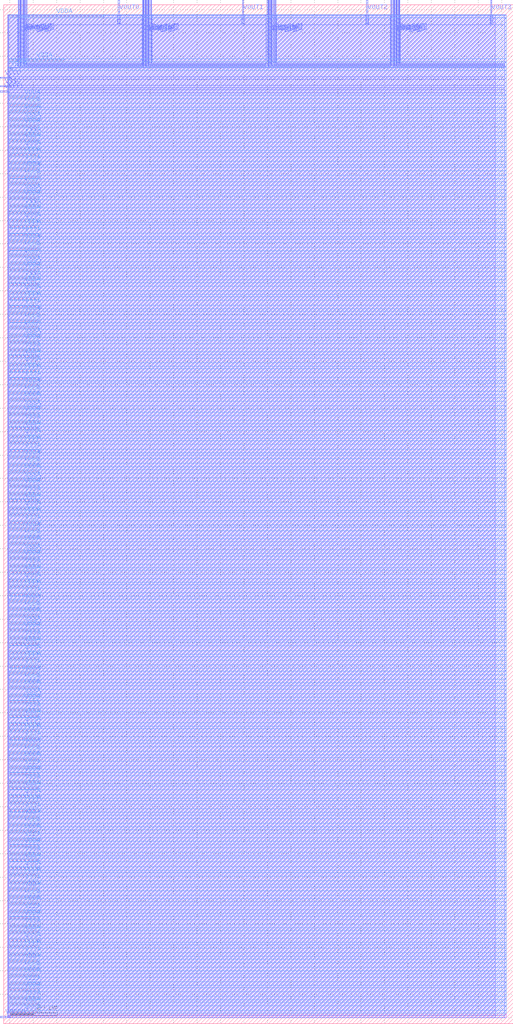
<source format=lef>
VERSION 5.7 ;
  NOWIREEXTENSIONATPIN ON ;
  DIVIDERCHAR "/" ;
  BUSBITCHARS "[]" ;
MACRO dac_top
  CLASS BLOCK ;
  FOREIGN dac_top ;
  ORIGIN 2.500 2.500 ;
  SIZE 217.500 BY 434.450 ;
  PIN VDDA
    DIRECTION INOUT ;
    USE POWER ;
    PORT
      LAYER met3 ;
        RECT 0.000 426.945 39.775 427.445 ;
    END
    PORT
      LAYER met3 ;
        RECT 0.000 404.470 0.835 404.970 ;
    END
    PORT
      LAYER met3 ;
        RECT 0.000 5.450 12.255 6.150 ;
    END
    PORT
      LAYER met3 ;
        RECT 0.000 11.590 12.255 12.290 ;
    END
    PORT
      LAYER met3 ;
        RECT 0.000 17.730 12.255 18.430 ;
    END
    PORT
      LAYER met3 ;
        RECT 0.000 23.870 12.255 24.570 ;
    END
    PORT
      LAYER met3 ;
        RECT 0.000 30.010 12.255 30.710 ;
    END
    PORT
      LAYER met3 ;
        RECT 0.000 36.150 12.255 36.850 ;
    END
    PORT
      LAYER met3 ;
        RECT 0.000 42.290 12.255 42.990 ;
    END
    PORT
      LAYER met3 ;
        RECT 0.000 48.430 12.255 49.130 ;
    END
    PORT
      LAYER met3 ;
        RECT 0.000 54.570 12.255 55.270 ;
    END
    PORT
      LAYER met3 ;
        RECT 0.000 60.710 12.255 61.410 ;
    END
    PORT
      LAYER met3 ;
        RECT 0.000 66.850 12.255 67.550 ;
    END
    PORT
      LAYER met3 ;
        RECT 0.000 72.990 12.255 73.690 ;
    END
    PORT
      LAYER met3 ;
        RECT 0.000 79.130 12.255 79.830 ;
    END
    PORT
      LAYER met3 ;
        RECT 0.000 85.270 12.255 85.970 ;
    END
    PORT
      LAYER met3 ;
        RECT 0.000 91.410 12.255 92.110 ;
    END
    PORT
      LAYER met3 ;
        RECT 0.000 97.550 12.255 98.250 ;
    END
    PORT
      LAYER met3 ;
        RECT 0.000 103.690 12.255 104.390 ;
    END
    PORT
      LAYER met3 ;
        RECT 0.000 109.830 12.255 110.530 ;
    END
    PORT
      LAYER met3 ;
        RECT 0.000 115.970 12.255 116.670 ;
    END
    PORT
      LAYER met3 ;
        RECT 0.000 122.110 12.255 122.810 ;
    END
    PORT
      LAYER met3 ;
        RECT 0.000 128.250 12.255 128.950 ;
    END
    PORT
      LAYER met3 ;
        RECT 0.000 134.390 12.255 135.090 ;
    END
    PORT
      LAYER met3 ;
        RECT 0.000 140.530 12.255 141.230 ;
    END
    PORT
      LAYER met3 ;
        RECT 0.000 146.670 12.255 147.370 ;
    END
    PORT
      LAYER met3 ;
        RECT 0.000 152.810 12.255 153.510 ;
    END
    PORT
      LAYER met3 ;
        RECT 0.000 158.950 12.255 159.650 ;
    END
    PORT
      LAYER met3 ;
        RECT 0.000 165.090 12.255 165.790 ;
    END
    PORT
      LAYER met3 ;
        RECT 0.000 171.230 12.255 171.930 ;
    END
    PORT
      LAYER met3 ;
        RECT 0.000 177.370 12.255 178.070 ;
    END
    PORT
      LAYER met3 ;
        RECT 0.000 183.510 12.255 184.210 ;
    END
    PORT
      LAYER met3 ;
        RECT 0.000 189.650 12.255 190.350 ;
    END
    PORT
      LAYER met3 ;
        RECT 0.000 195.790 12.255 196.490 ;
    END
    PORT
      LAYER met3 ;
        RECT 0.000 201.930 12.255 202.630 ;
    END
    PORT
      LAYER met3 ;
        RECT 0.000 208.070 12.255 208.770 ;
    END
    PORT
      LAYER met3 ;
        RECT 0.000 214.210 12.255 214.910 ;
    END
    PORT
      LAYER met3 ;
        RECT 0.000 220.350 12.255 221.050 ;
    END
    PORT
      LAYER met3 ;
        RECT 0.000 226.490 12.255 227.190 ;
    END
    PORT
      LAYER met3 ;
        RECT 0.000 232.630 12.255 233.330 ;
    END
    PORT
      LAYER met3 ;
        RECT 0.000 238.770 12.255 239.470 ;
    END
    PORT
      LAYER met3 ;
        RECT 0.000 244.910 12.255 245.610 ;
    END
    PORT
      LAYER met3 ;
        RECT 0.000 251.050 12.255 251.750 ;
    END
    PORT
      LAYER met3 ;
        RECT 0.000 257.190 12.255 257.890 ;
    END
    PORT
      LAYER met3 ;
        RECT 0.000 263.330 12.255 264.030 ;
    END
    PORT
      LAYER met3 ;
        RECT 0.000 269.470 12.255 270.170 ;
    END
    PORT
      LAYER met3 ;
        RECT 0.000 275.610 12.255 276.310 ;
    END
    PORT
      LAYER met3 ;
        RECT 0.000 281.750 12.255 282.450 ;
    END
    PORT
      LAYER met3 ;
        RECT 0.000 287.890 12.255 288.590 ;
    END
    PORT
      LAYER met3 ;
        RECT 0.000 294.030 12.255 294.730 ;
    END
    PORT
      LAYER met3 ;
        RECT 0.000 300.170 12.255 300.870 ;
    END
    PORT
      LAYER met3 ;
        RECT 0.000 306.310 12.255 307.010 ;
    END
    PORT
      LAYER met3 ;
        RECT 0.000 312.450 12.255 313.150 ;
    END
    PORT
      LAYER met3 ;
        RECT 0.000 318.590 12.255 319.290 ;
    END
    PORT
      LAYER met3 ;
        RECT 0.000 324.730 12.255 325.430 ;
    END
    PORT
      LAYER met3 ;
        RECT 0.000 330.870 12.255 331.570 ;
    END
    PORT
      LAYER met3 ;
        RECT 0.000 337.010 12.255 337.710 ;
    END
    PORT
      LAYER met3 ;
        RECT 0.000 343.150 12.255 343.850 ;
    END
    PORT
      LAYER met3 ;
        RECT 0.000 349.290 12.255 349.990 ;
    END
    PORT
      LAYER met3 ;
        RECT 0.000 355.430 12.255 356.130 ;
    END
    PORT
      LAYER met3 ;
        RECT 0.000 361.570 12.255 362.270 ;
    END
    PORT
      LAYER met3 ;
        RECT 0.000 367.710 12.255 368.410 ;
    END
    PORT
      LAYER met3 ;
        RECT 0.000 373.850 12.255 374.550 ;
    END
    PORT
      LAYER met3 ;
        RECT 0.000 379.990 12.255 380.690 ;
    END
    PORT
      LAYER met3 ;
        RECT 0.000 386.130 12.255 386.830 ;
    END
    PORT
      LAYER met3 ;
        RECT 0.000 392.270 12.255 392.970 ;
    END
  END VDDA
  PIN VSSA
    DIRECTION INOUT ;
    USE GROUND ;
    PORT
      LAYER met3 ;
        RECT 0.000 408.190 22.800 408.690 ;
    END
    PORT
      LAYER met3 ;
        RECT 0.000 2.000 12.765 2.700 ;
    END
    PORT
      LAYER met3 ;
        RECT 0.000 8.140 12.765 8.840 ;
    END
    PORT
      LAYER met3 ;
        RECT 0.000 14.280 12.765 14.980 ;
    END
    PORT
      LAYER met3 ;
        RECT 0.000 20.420 12.765 21.120 ;
    END
    PORT
      LAYER met3 ;
        RECT 0.000 26.560 12.765 27.260 ;
    END
    PORT
      LAYER met3 ;
        RECT 0.000 32.700 12.765 33.400 ;
    END
    PORT
      LAYER met3 ;
        RECT 0.000 38.840 12.765 39.540 ;
    END
    PORT
      LAYER met3 ;
        RECT 0.000 44.980 12.765 45.680 ;
    END
    PORT
      LAYER met3 ;
        RECT 0.000 51.120 12.765 51.820 ;
    END
    PORT
      LAYER met3 ;
        RECT 0.000 57.260 12.765 57.960 ;
    END
    PORT
      LAYER met3 ;
        RECT 0.000 63.400 12.765 64.100 ;
    END
    PORT
      LAYER met3 ;
        RECT 0.000 69.540 12.765 70.240 ;
    END
    PORT
      LAYER met3 ;
        RECT 0.000 75.680 12.765 76.380 ;
    END
    PORT
      LAYER met3 ;
        RECT 0.000 81.820 12.765 82.520 ;
    END
    PORT
      LAYER met3 ;
        RECT 0.000 87.960 12.765 88.660 ;
    END
    PORT
      LAYER met3 ;
        RECT 0.000 94.100 12.765 94.800 ;
    END
    PORT
      LAYER met3 ;
        RECT 0.000 100.240 12.765 100.940 ;
    END
    PORT
      LAYER met3 ;
        RECT 0.000 106.380 12.765 107.080 ;
    END
    PORT
      LAYER met3 ;
        RECT 0.000 112.520 12.765 113.220 ;
    END
    PORT
      LAYER met3 ;
        RECT 0.000 118.660 12.765 119.360 ;
    END
    PORT
      LAYER met3 ;
        RECT 0.000 124.800 12.765 125.500 ;
    END
    PORT
      LAYER met3 ;
        RECT 0.000 130.940 12.765 131.640 ;
    END
    PORT
      LAYER met3 ;
        RECT 0.000 137.080 12.765 137.780 ;
    END
    PORT
      LAYER met3 ;
        RECT 0.000 143.220 12.765 143.920 ;
    END
    PORT
      LAYER met3 ;
        RECT 0.000 149.360 12.765 150.060 ;
    END
    PORT
      LAYER met3 ;
        RECT 0.000 155.500 12.765 156.200 ;
    END
    PORT
      LAYER met3 ;
        RECT 0.000 161.640 12.765 162.340 ;
    END
    PORT
      LAYER met3 ;
        RECT 0.000 167.780 12.765 168.480 ;
    END
    PORT
      LAYER met3 ;
        RECT 0.000 173.920 12.765 174.620 ;
    END
    PORT
      LAYER met3 ;
        RECT 0.000 180.060 12.765 180.760 ;
    END
    PORT
      LAYER met3 ;
        RECT 0.000 186.200 12.765 186.900 ;
    END
    PORT
      LAYER met3 ;
        RECT 0.000 192.340 12.765 193.040 ;
    END
    PORT
      LAYER met3 ;
        RECT 0.000 198.480 12.765 199.180 ;
    END
    PORT
      LAYER met3 ;
        RECT 0.000 204.620 12.765 205.320 ;
    END
    PORT
      LAYER met3 ;
        RECT 0.000 210.760 12.765 211.460 ;
    END
    PORT
      LAYER met3 ;
        RECT 0.000 216.900 12.765 217.600 ;
    END
    PORT
      LAYER met3 ;
        RECT 0.000 223.040 12.765 223.740 ;
    END
    PORT
      LAYER met3 ;
        RECT 0.000 229.180 12.765 229.880 ;
    END
    PORT
      LAYER met3 ;
        RECT 0.000 235.320 12.765 236.020 ;
    END
    PORT
      LAYER met3 ;
        RECT 0.000 241.460 12.765 242.160 ;
    END
    PORT
      LAYER met3 ;
        RECT 0.000 247.600 12.765 248.300 ;
    END
    PORT
      LAYER met3 ;
        RECT 0.000 253.740 12.765 254.440 ;
    END
    PORT
      LAYER met3 ;
        RECT 0.000 259.880 12.765 260.580 ;
    END
    PORT
      LAYER met3 ;
        RECT 0.000 266.020 12.765 266.720 ;
    END
    PORT
      LAYER met3 ;
        RECT 0.000 272.160 12.765 272.860 ;
    END
    PORT
      LAYER met3 ;
        RECT 0.000 278.300 12.765 279.000 ;
    END
    PORT
      LAYER met3 ;
        RECT 0.000 284.440 12.765 285.140 ;
    END
    PORT
      LAYER met3 ;
        RECT 0.000 290.580 12.765 291.280 ;
    END
    PORT
      LAYER met3 ;
        RECT 0.000 296.720 12.765 297.420 ;
    END
    PORT
      LAYER met3 ;
        RECT 0.000 302.860 12.765 303.560 ;
    END
    PORT
      LAYER met3 ;
        RECT 0.000 309.000 12.765 309.700 ;
    END
    PORT
      LAYER met3 ;
        RECT 0.000 315.140 12.765 315.840 ;
    END
    PORT
      LAYER met3 ;
        RECT 0.000 321.280 12.765 321.980 ;
    END
    PORT
      LAYER met3 ;
        RECT 0.000 327.420 12.765 328.120 ;
    END
    PORT
      LAYER met3 ;
        RECT 0.000 333.560 12.765 334.260 ;
    END
    PORT
      LAYER met3 ;
        RECT 0.000 339.700 12.765 340.400 ;
    END
    PORT
      LAYER met3 ;
        RECT 0.000 345.840 12.765 346.540 ;
    END
    PORT
      LAYER met3 ;
        RECT 0.000 351.980 12.765 352.680 ;
    END
    PORT
      LAYER met3 ;
        RECT 0.000 358.120 12.765 358.820 ;
    END
    PORT
      LAYER met3 ;
        RECT 0.000 364.260 12.765 364.960 ;
    END
    PORT
      LAYER met3 ;
        RECT 0.000 370.400 12.765 371.100 ;
    END
    PORT
      LAYER met3 ;
        RECT 0.000 376.540 12.765 377.240 ;
    END
    PORT
      LAYER met3 ;
        RECT 0.000 382.680 12.765 383.380 ;
    END
    PORT
      LAYER met3 ;
        RECT 0.000 388.820 12.765 389.520 ;
    END
  END VSSA
  PIN VCCD
    DIRECTION INOUT ;
    USE POWER ;
    PORT
      LAYER met2 ;
        RECT -4.000 400.635 -0.095 401.135 ;
    END
  END VCCD
  PIN VSSD
    DIRECTION INOUT ;
    USE GROUND ;
    PORT
      LAYER met2 ;
        RECT -4.000 396.975 -0.415 397.475 ;
    END
  END VSSD
  PIN VREFL
    DIRECTION INPUT ;
    USE SIGNAL ;
    PORT
      LAYER met2 ;
        RECT -4.000 394.740 -0.715 395.440 ;
    END
  END VREFL
  PIN VREFH
    DIRECTION INPUT ;
    USE SIGNAL ;
    PORT
      LAYER met2 ;
        RECT -4.000 0.000 -0.030 0.700 ;
    END
  END VREFH
  PIN Din0[0]
    DIRECTION INPUT ;
    USE SIGNAL ;
    PORT
      LAYER met2 ;
        RECT 3.725 405.755 3.895 434.000 ;
    END
  END Din0[0]
  PIN Din0[1]
    DIRECTION INPUT ;
    USE SIGNAL ;
    PORT
      LAYER met2 ;
        RECT 4.240 405.395 4.410 434.000 ;
    END
  END Din0[1]
  PIN Din0[2]
    DIRECTION INPUT ;
    USE SIGNAL ;
    PORT
      LAYER met2 ;
        RECT 4.730 405.715 4.900 434.000 ;
    END
  END Din0[2]
  PIN Din0[3]
    DIRECTION INPUT ;
    USE SIGNAL ;
    PORT
      LAYER met2 ;
        RECT 5.250 406.035 5.420 434.000 ;
    END
  END Din0[3]
  PIN Din0[4]
    DIRECTION INPUT ;
    USE SIGNAL ;
    PORT
      LAYER met2 ;
        RECT 5.790 406.355 5.960 434.000 ;
    END
  END Din0[4]
  PIN Din0[5]
    DIRECTION INPUT ;
    USE SIGNAL ;
    PORT
      LAYER met2 ;
        RECT 6.290 406.675 6.460 434.000 ;
    END
  END Din0[5]
  PIN Din0[6]
    DIRECTION INPUT ;
    USE SIGNAL ;
    PORT
      LAYER met2 ;
        RECT 6.830 406.995 7.000 434.000 ;
    END
  END Din0[6]
  PIN Din0[7]
    DIRECTION INPUT ;
    USE SIGNAL ;
    PORT
      LAYER met2 ;
        RECT 7.390 407.315 7.560 434.000 ;
    END
  END Din0[7]
  PIN Din1[0]
    DIRECTION INPUT ;
    USE SIGNAL ;
    PORT
      LAYER met2 ;
        RECT 56.730 405.755 56.900 434.000 ;
    END
  END Din1[0]
  PIN Din1[1]
    DIRECTION INPUT ;
    USE SIGNAL ;
    PORT
      LAYER met2 ;
        RECT 57.245 405.395 57.415 434.000 ;
    END
  END Din1[1]
  PIN Din1[2]
    DIRECTION INPUT ;
    USE SIGNAL ;
    PORT
      LAYER met2 ;
        RECT 57.735 405.715 57.905 434.000 ;
    END
  END Din1[2]
  PIN Din1[3]
    DIRECTION INPUT ;
    USE SIGNAL ;
    PORT
      LAYER met2 ;
        RECT 58.255 406.035 58.425 434.000 ;
    END
  END Din1[3]
  PIN Din1[4]
    DIRECTION INPUT ;
    USE SIGNAL ;
    PORT
      LAYER met2 ;
        RECT 58.795 406.355 58.965 434.000 ;
    END
  END Din1[4]
  PIN Din1[5]
    DIRECTION INPUT ;
    USE SIGNAL ;
    PORT
      LAYER met2 ;
        RECT 59.295 406.675 59.465 434.000 ;
    END
  END Din1[5]
  PIN Din1[6]
    DIRECTION INPUT ;
    USE SIGNAL ;
    PORT
      LAYER met2 ;
        RECT 59.835 406.995 60.005 434.000 ;
    END
  END Din1[6]
  PIN Din1[7]
    DIRECTION INPUT ;
    USE SIGNAL ;
    PORT
      LAYER met2 ;
        RECT 60.395 407.315 60.565 434.000 ;
    END
  END Din1[7]
  PIN Din2[0]
    DIRECTION INPUT ;
    USE SIGNAL ;
    PORT
      LAYER met2 ;
        RECT 109.735 405.755 109.905 434.000 ;
    END
  END Din2[0]
  PIN Din2[1]
    DIRECTION INPUT ;
    USE SIGNAL ;
    PORT
      LAYER met2 ;
        RECT 110.250 405.395 110.420 434.000 ;
    END
  END Din2[1]
  PIN Din2[2]
    DIRECTION INPUT ;
    USE SIGNAL ;
    PORT
      LAYER met2 ;
        RECT 110.740 405.715 110.910 434.000 ;
    END
  END Din2[2]
  PIN Din2[3]
    DIRECTION INPUT ;
    USE SIGNAL ;
    PORT
      LAYER met2 ;
        RECT 111.260 406.035 111.430 434.000 ;
    END
  END Din2[3]
  PIN Din2[4]
    DIRECTION INPUT ;
    USE SIGNAL ;
    PORT
      LAYER met2 ;
        RECT 111.800 406.355 111.970 434.000 ;
    END
  END Din2[4]
  PIN Din2[5]
    DIRECTION INPUT ;
    USE SIGNAL ;
    PORT
      LAYER met2 ;
        RECT 112.300 406.675 112.470 434.000 ;
    END
  END Din2[5]
  PIN Din2[6]
    DIRECTION INPUT ;
    USE SIGNAL ;
    PORT
      LAYER met2 ;
        RECT 112.840 406.995 113.010 434.000 ;
    END
  END Din2[6]
  PIN Din2[7]
    DIRECTION INPUT ;
    USE SIGNAL ;
    PORT
      LAYER met2 ;
        RECT 113.400 407.315 113.570 434.000 ;
    END
  END Din2[7]
  PIN Din3[0]
    DIRECTION INPUT ;
    USE SIGNAL ;
    PORT
      LAYER met2 ;
        RECT 162.740 405.755 162.910 434.000 ;
    END
  END Din3[0]
  PIN Din3[1]
    DIRECTION INPUT ;
    USE SIGNAL ;
    PORT
      LAYER met2 ;
        RECT 163.255 405.395 163.425 434.000 ;
    END
  END Din3[1]
  PIN Din3[2]
    DIRECTION INPUT ;
    USE SIGNAL ;
    PORT
      LAYER met2 ;
        RECT 163.745 405.715 163.915 434.000 ;
    END
  END Din3[2]
  PIN Din3[3]
    DIRECTION INPUT ;
    USE SIGNAL ;
    PORT
      LAYER met2 ;
        RECT 164.265 406.035 164.435 434.000 ;
    END
  END Din3[3]
  PIN Din3[4]
    DIRECTION INPUT ;
    USE SIGNAL ;
    PORT
      LAYER met2 ;
        RECT 164.805 406.355 164.975 434.000 ;
    END
  END Din3[4]
  PIN Din3[5]
    DIRECTION INPUT ;
    USE SIGNAL ;
    PORT
      LAYER met2 ;
        RECT 165.305 406.675 165.475 434.000 ;
    END
  END Din3[5]
  PIN Din3[6]
    DIRECTION INPUT ;
    USE SIGNAL ;
    PORT
      LAYER met2 ;
        RECT 165.845 406.995 166.015 434.000 ;
    END
  END Din3[6]
  PIN Din3[7]
    DIRECTION INPUT ;
    USE SIGNAL ;
    PORT
      LAYER met2 ;
        RECT 166.405 407.315 166.575 434.000 ;
    END
  END Din3[7]
  PIN VOUT0
    DIRECTION OUTPUT ;
    USE SIGNAL ;
    PORT
      LAYER met2 ;
        RECT 46.325 423.830 46.865 434.000 ;
    END
  END VOUT0
  PIN VOUT1
    DIRECTION OUTPUT ;
    USE SIGNAL ;
    PORT
      LAYER met2 ;
        RECT 99.330 423.830 99.870 434.000 ;
    END
  END VOUT1
  PIN VOUT2
    DIRECTION OUTPUT ;
    USE SIGNAL ;
    PORT
      LAYER met2 ;
        RECT 152.335 423.830 152.875 434.000 ;
    END
  END VOUT2
  PIN VOUT3
    DIRECTION OUTPUT ;
    USE SIGNAL ;
    PORT
      LAYER met2 ;
        RECT 205.340 423.830 205.880 434.000 ;
    END
  END VOUT3
  OBS
      LAYER li1 ;
        RECT -0.685 0.000 212.020 427.735 ;
      LAYER met1 ;
        RECT -0.765 -0.060 207.290 427.745 ;
      LAYER met2 ;
        RECT -0.765 405.475 3.445 427.720 ;
        RECT 7.840 423.550 46.045 427.720 ;
        RECT 47.145 423.550 56.450 427.720 ;
        RECT 7.840 407.035 56.450 423.550 ;
        RECT 60.845 423.550 99.050 427.720 ;
        RECT 100.150 423.550 109.455 427.720 ;
        RECT 60.845 407.035 109.455 423.550 ;
        RECT 113.850 423.550 152.055 427.720 ;
        RECT 153.155 423.550 162.460 427.720 ;
        RECT 113.850 407.035 162.460 423.550 ;
        RECT 166.855 423.550 205.060 427.720 ;
        RECT 206.160 423.550 211.310 427.720 ;
        RECT 166.855 407.035 211.310 423.550 ;
        RECT 7.280 406.715 56.450 407.035 ;
        RECT 60.285 406.715 109.455 407.035 ;
        RECT 113.290 406.715 162.460 407.035 ;
        RECT 166.295 406.715 211.310 407.035 ;
        RECT 6.740 406.395 56.450 406.715 ;
        RECT 59.745 406.395 109.455 406.715 ;
        RECT 112.750 406.395 162.460 406.715 ;
        RECT 165.755 406.395 211.310 406.715 ;
        RECT 6.240 406.075 56.450 406.395 ;
        RECT 59.245 406.075 109.455 406.395 ;
        RECT 112.250 406.075 162.460 406.395 ;
        RECT 165.255 406.075 211.310 406.395 ;
        RECT 5.700 405.755 56.450 406.075 ;
        RECT 58.705 405.755 109.455 406.075 ;
        RECT 111.710 405.755 162.460 406.075 ;
        RECT 164.715 405.755 211.310 406.075 ;
        RECT 5.180 405.475 56.450 405.755 ;
        RECT 58.185 405.475 109.455 405.755 ;
        RECT 111.190 405.475 162.460 405.755 ;
        RECT -0.765 405.115 3.960 405.475 ;
        RECT 5.180 405.435 56.965 405.475 ;
        RECT 58.185 405.435 109.970 405.475 ;
        RECT 111.190 405.435 162.975 405.475 ;
        RECT 164.195 405.435 211.310 405.755 ;
        RECT 4.690 405.115 56.965 405.435 ;
        RECT 57.695 405.115 109.970 405.435 ;
        RECT 110.700 405.115 162.975 405.435 ;
        RECT 163.705 405.115 211.310 405.435 ;
        RECT -0.765 401.415 211.310 405.115 ;
        RECT 0.185 400.355 211.310 401.415 ;
        RECT -0.765 397.755 211.310 400.355 ;
        RECT -0.135 396.695 211.310 397.755 ;
        RECT -0.765 395.720 211.310 396.695 ;
        RECT -0.435 394.460 211.310 395.720 ;
        RECT -0.765 0.980 211.310 394.460 ;
        RECT 0.250 -0.060 211.310 0.980 ;
      LAYER met3 ;
        RECT -0.440 426.545 -0.400 427.640 ;
        RECT 40.175 426.545 212.020 427.640 ;
        RECT -0.440 409.090 212.020 426.545 ;
        RECT -0.440 407.790 -0.400 409.090 ;
        RECT 23.200 407.790 212.020 409.090 ;
        RECT -0.440 405.370 212.020 407.790 ;
        RECT -0.440 404.070 -0.400 405.370 ;
        RECT 1.235 404.070 212.020 405.370 ;
        RECT -0.440 393.370 212.020 404.070 ;
        RECT -0.440 391.870 -0.400 393.370 ;
        RECT 12.655 391.870 212.020 393.370 ;
        RECT -0.440 389.920 212.020 391.870 ;
        RECT -0.440 388.420 -0.400 389.920 ;
        RECT 13.165 388.420 212.020 389.920 ;
        RECT -0.440 387.230 212.020 388.420 ;
        RECT -0.440 385.730 -0.400 387.230 ;
        RECT 12.655 385.730 212.020 387.230 ;
        RECT -0.440 383.780 212.020 385.730 ;
        RECT -0.440 382.280 -0.400 383.780 ;
        RECT 13.165 382.280 212.020 383.780 ;
        RECT -0.440 381.090 212.020 382.280 ;
        RECT -0.440 379.590 -0.400 381.090 ;
        RECT 12.655 379.590 212.020 381.090 ;
        RECT -0.440 377.640 212.020 379.590 ;
        RECT -0.440 376.140 -0.400 377.640 ;
        RECT 13.165 376.140 212.020 377.640 ;
        RECT -0.440 374.950 212.020 376.140 ;
        RECT -0.440 373.450 -0.400 374.950 ;
        RECT 12.655 373.450 212.020 374.950 ;
        RECT -0.440 371.500 212.020 373.450 ;
        RECT -0.440 370.000 -0.400 371.500 ;
        RECT 13.165 370.000 212.020 371.500 ;
        RECT -0.440 368.810 212.020 370.000 ;
        RECT -0.440 367.310 -0.400 368.810 ;
        RECT 12.655 367.310 212.020 368.810 ;
        RECT -0.440 365.360 212.020 367.310 ;
        RECT -0.440 363.860 -0.400 365.360 ;
        RECT 13.165 363.860 212.020 365.360 ;
        RECT -0.440 362.670 212.020 363.860 ;
        RECT -0.440 361.170 -0.400 362.670 ;
        RECT 12.655 361.170 212.020 362.670 ;
        RECT -0.440 359.220 212.020 361.170 ;
        RECT -0.440 357.720 -0.400 359.220 ;
        RECT 13.165 357.720 212.020 359.220 ;
        RECT -0.440 356.530 212.020 357.720 ;
        RECT -0.440 355.030 -0.400 356.530 ;
        RECT 12.655 355.030 212.020 356.530 ;
        RECT -0.440 353.080 212.020 355.030 ;
        RECT -0.440 351.580 -0.400 353.080 ;
        RECT 13.165 351.580 212.020 353.080 ;
        RECT -0.440 350.390 212.020 351.580 ;
        RECT -0.440 348.890 -0.400 350.390 ;
        RECT 12.655 348.890 212.020 350.390 ;
        RECT -0.440 346.940 212.020 348.890 ;
        RECT -0.440 345.440 -0.400 346.940 ;
        RECT 13.165 345.440 212.020 346.940 ;
        RECT -0.440 344.250 212.020 345.440 ;
        RECT -0.440 342.750 -0.400 344.250 ;
        RECT 12.655 342.750 212.020 344.250 ;
        RECT -0.440 340.800 212.020 342.750 ;
        RECT -0.440 339.300 -0.400 340.800 ;
        RECT 13.165 339.300 212.020 340.800 ;
        RECT -0.440 338.110 212.020 339.300 ;
        RECT -0.440 336.610 -0.400 338.110 ;
        RECT 12.655 336.610 212.020 338.110 ;
        RECT -0.440 334.660 212.020 336.610 ;
        RECT -0.440 333.160 -0.400 334.660 ;
        RECT 13.165 333.160 212.020 334.660 ;
        RECT -0.440 331.970 212.020 333.160 ;
        RECT -0.440 330.470 -0.400 331.970 ;
        RECT 12.655 330.470 212.020 331.970 ;
        RECT -0.440 328.520 212.020 330.470 ;
        RECT -0.440 327.020 -0.400 328.520 ;
        RECT 13.165 327.020 212.020 328.520 ;
        RECT -0.440 325.830 212.020 327.020 ;
        RECT -0.440 324.330 -0.400 325.830 ;
        RECT 12.655 324.330 212.020 325.830 ;
        RECT -0.440 322.380 212.020 324.330 ;
        RECT -0.440 320.880 -0.400 322.380 ;
        RECT 13.165 320.880 212.020 322.380 ;
        RECT -0.440 319.690 212.020 320.880 ;
        RECT -0.440 318.190 -0.400 319.690 ;
        RECT 12.655 318.190 212.020 319.690 ;
        RECT -0.440 316.240 212.020 318.190 ;
        RECT -0.440 314.740 -0.400 316.240 ;
        RECT 13.165 314.740 212.020 316.240 ;
        RECT -0.440 313.550 212.020 314.740 ;
        RECT -0.440 312.050 -0.400 313.550 ;
        RECT 12.655 312.050 212.020 313.550 ;
        RECT -0.440 310.100 212.020 312.050 ;
        RECT -0.440 308.600 -0.400 310.100 ;
        RECT 13.165 308.600 212.020 310.100 ;
        RECT -0.440 307.410 212.020 308.600 ;
        RECT -0.440 305.910 -0.400 307.410 ;
        RECT 12.655 305.910 212.020 307.410 ;
        RECT -0.440 303.960 212.020 305.910 ;
        RECT -0.440 302.460 -0.400 303.960 ;
        RECT 13.165 302.460 212.020 303.960 ;
        RECT -0.440 301.270 212.020 302.460 ;
        RECT -0.440 299.770 -0.400 301.270 ;
        RECT 12.655 299.770 212.020 301.270 ;
        RECT -0.440 297.820 212.020 299.770 ;
        RECT -0.440 296.320 -0.400 297.820 ;
        RECT 13.165 296.320 212.020 297.820 ;
        RECT -0.440 295.130 212.020 296.320 ;
        RECT -0.440 293.630 -0.400 295.130 ;
        RECT 12.655 293.630 212.020 295.130 ;
        RECT -0.440 291.680 212.020 293.630 ;
        RECT -0.440 290.180 -0.400 291.680 ;
        RECT 13.165 290.180 212.020 291.680 ;
        RECT -0.440 288.990 212.020 290.180 ;
        RECT -0.440 287.490 -0.400 288.990 ;
        RECT 12.655 287.490 212.020 288.990 ;
        RECT -0.440 285.540 212.020 287.490 ;
        RECT -0.440 284.040 -0.400 285.540 ;
        RECT 13.165 284.040 212.020 285.540 ;
        RECT -0.440 282.850 212.020 284.040 ;
        RECT -0.440 281.350 -0.400 282.850 ;
        RECT 12.655 281.350 212.020 282.850 ;
        RECT -0.440 279.400 212.020 281.350 ;
        RECT -0.440 277.900 -0.400 279.400 ;
        RECT 13.165 277.900 212.020 279.400 ;
        RECT -0.440 276.710 212.020 277.900 ;
        RECT -0.440 275.210 -0.400 276.710 ;
        RECT 12.655 275.210 212.020 276.710 ;
        RECT -0.440 273.260 212.020 275.210 ;
        RECT -0.440 271.760 -0.400 273.260 ;
        RECT 13.165 271.760 212.020 273.260 ;
        RECT -0.440 270.570 212.020 271.760 ;
        RECT -0.440 269.070 -0.400 270.570 ;
        RECT 12.655 269.070 212.020 270.570 ;
        RECT -0.440 267.120 212.020 269.070 ;
        RECT -0.440 265.620 -0.400 267.120 ;
        RECT 13.165 265.620 212.020 267.120 ;
        RECT -0.440 264.430 212.020 265.620 ;
        RECT -0.440 262.930 -0.400 264.430 ;
        RECT 12.655 262.930 212.020 264.430 ;
        RECT -0.440 260.980 212.020 262.930 ;
        RECT -0.440 259.480 -0.400 260.980 ;
        RECT 13.165 259.480 212.020 260.980 ;
        RECT -0.440 258.290 212.020 259.480 ;
        RECT -0.440 256.790 -0.400 258.290 ;
        RECT 12.655 256.790 212.020 258.290 ;
        RECT -0.440 254.840 212.020 256.790 ;
        RECT -0.440 253.340 -0.400 254.840 ;
        RECT 13.165 253.340 212.020 254.840 ;
        RECT -0.440 252.150 212.020 253.340 ;
        RECT -0.440 250.650 -0.400 252.150 ;
        RECT 12.655 250.650 212.020 252.150 ;
        RECT -0.440 248.700 212.020 250.650 ;
        RECT -0.440 247.200 -0.400 248.700 ;
        RECT 13.165 247.200 212.020 248.700 ;
        RECT -0.440 246.010 212.020 247.200 ;
        RECT -0.440 244.510 -0.400 246.010 ;
        RECT 12.655 244.510 212.020 246.010 ;
        RECT -0.440 242.560 212.020 244.510 ;
        RECT -0.440 241.060 -0.400 242.560 ;
        RECT 13.165 241.060 212.020 242.560 ;
        RECT -0.440 239.870 212.020 241.060 ;
        RECT -0.440 238.370 -0.400 239.870 ;
        RECT 12.655 238.370 212.020 239.870 ;
        RECT -0.440 236.420 212.020 238.370 ;
        RECT -0.440 234.920 -0.400 236.420 ;
        RECT 13.165 234.920 212.020 236.420 ;
        RECT -0.440 233.730 212.020 234.920 ;
        RECT -0.440 232.230 -0.400 233.730 ;
        RECT 12.655 232.230 212.020 233.730 ;
        RECT -0.440 230.280 212.020 232.230 ;
        RECT -0.440 228.780 -0.400 230.280 ;
        RECT 13.165 228.780 212.020 230.280 ;
        RECT -0.440 227.590 212.020 228.780 ;
        RECT -0.440 226.090 -0.400 227.590 ;
        RECT 12.655 226.090 212.020 227.590 ;
        RECT -0.440 224.140 212.020 226.090 ;
        RECT -0.440 222.640 -0.400 224.140 ;
        RECT 13.165 222.640 212.020 224.140 ;
        RECT -0.440 221.450 212.020 222.640 ;
        RECT -0.440 219.950 -0.400 221.450 ;
        RECT 12.655 219.950 212.020 221.450 ;
        RECT -0.440 218.000 212.020 219.950 ;
        RECT -0.440 216.500 -0.400 218.000 ;
        RECT 13.165 216.500 212.020 218.000 ;
        RECT -0.440 215.310 212.020 216.500 ;
        RECT -0.440 213.810 -0.400 215.310 ;
        RECT 12.655 213.810 212.020 215.310 ;
        RECT -0.440 211.860 212.020 213.810 ;
        RECT -0.440 210.360 -0.400 211.860 ;
        RECT 13.165 210.360 212.020 211.860 ;
        RECT -0.440 209.170 212.020 210.360 ;
        RECT -0.440 207.670 -0.400 209.170 ;
        RECT 12.655 207.670 212.020 209.170 ;
        RECT -0.440 205.720 212.020 207.670 ;
        RECT -0.440 204.220 -0.400 205.720 ;
        RECT 13.165 204.220 212.020 205.720 ;
        RECT -0.440 203.030 212.020 204.220 ;
        RECT -0.440 201.530 -0.400 203.030 ;
        RECT 12.655 201.530 212.020 203.030 ;
        RECT -0.440 199.580 212.020 201.530 ;
        RECT -0.440 198.080 -0.400 199.580 ;
        RECT 13.165 198.080 212.020 199.580 ;
        RECT -0.440 196.890 212.020 198.080 ;
        RECT -0.440 195.390 -0.400 196.890 ;
        RECT 12.655 195.390 212.020 196.890 ;
        RECT -0.440 193.440 212.020 195.390 ;
        RECT -0.440 191.940 -0.400 193.440 ;
        RECT 13.165 191.940 212.020 193.440 ;
        RECT -0.440 190.750 212.020 191.940 ;
        RECT -0.440 189.250 -0.400 190.750 ;
        RECT 12.655 189.250 212.020 190.750 ;
        RECT -0.440 187.300 212.020 189.250 ;
        RECT -0.440 185.800 -0.400 187.300 ;
        RECT 13.165 185.800 212.020 187.300 ;
        RECT -0.440 184.610 212.020 185.800 ;
        RECT -0.440 183.110 -0.400 184.610 ;
        RECT 12.655 183.110 212.020 184.610 ;
        RECT -0.440 181.160 212.020 183.110 ;
        RECT -0.440 179.660 -0.400 181.160 ;
        RECT 13.165 179.660 212.020 181.160 ;
        RECT -0.440 178.470 212.020 179.660 ;
        RECT -0.440 176.970 -0.400 178.470 ;
        RECT 12.655 176.970 212.020 178.470 ;
        RECT -0.440 175.020 212.020 176.970 ;
        RECT -0.440 173.520 -0.400 175.020 ;
        RECT 13.165 173.520 212.020 175.020 ;
        RECT -0.440 172.330 212.020 173.520 ;
        RECT -0.440 170.830 -0.400 172.330 ;
        RECT 12.655 170.830 212.020 172.330 ;
        RECT -0.440 168.880 212.020 170.830 ;
        RECT -0.440 167.380 -0.400 168.880 ;
        RECT 13.165 167.380 212.020 168.880 ;
        RECT -0.440 166.190 212.020 167.380 ;
        RECT -0.440 164.690 -0.400 166.190 ;
        RECT 12.655 164.690 212.020 166.190 ;
        RECT -0.440 162.740 212.020 164.690 ;
        RECT -0.440 161.240 -0.400 162.740 ;
        RECT 13.165 161.240 212.020 162.740 ;
        RECT -0.440 160.050 212.020 161.240 ;
        RECT -0.440 158.550 -0.400 160.050 ;
        RECT 12.655 158.550 212.020 160.050 ;
        RECT -0.440 156.600 212.020 158.550 ;
        RECT -0.440 155.100 -0.400 156.600 ;
        RECT 13.165 155.100 212.020 156.600 ;
        RECT -0.440 153.910 212.020 155.100 ;
        RECT -0.440 152.410 -0.400 153.910 ;
        RECT 12.655 152.410 212.020 153.910 ;
        RECT -0.440 150.460 212.020 152.410 ;
        RECT -0.440 148.960 -0.400 150.460 ;
        RECT 13.165 148.960 212.020 150.460 ;
        RECT -0.440 147.770 212.020 148.960 ;
        RECT -0.440 146.270 -0.400 147.770 ;
        RECT 12.655 146.270 212.020 147.770 ;
        RECT -0.440 144.320 212.020 146.270 ;
        RECT -0.440 142.820 -0.400 144.320 ;
        RECT 13.165 142.820 212.020 144.320 ;
        RECT -0.440 141.630 212.020 142.820 ;
        RECT -0.440 140.130 -0.400 141.630 ;
        RECT 12.655 140.130 212.020 141.630 ;
        RECT -0.440 138.180 212.020 140.130 ;
        RECT -0.440 136.680 -0.400 138.180 ;
        RECT 13.165 136.680 212.020 138.180 ;
        RECT -0.440 135.490 212.020 136.680 ;
        RECT -0.440 133.990 -0.400 135.490 ;
        RECT 12.655 133.990 212.020 135.490 ;
        RECT -0.440 132.040 212.020 133.990 ;
        RECT -0.440 130.540 -0.400 132.040 ;
        RECT 13.165 130.540 212.020 132.040 ;
        RECT -0.440 129.350 212.020 130.540 ;
        RECT -0.440 127.850 -0.400 129.350 ;
        RECT 12.655 127.850 212.020 129.350 ;
        RECT -0.440 125.900 212.020 127.850 ;
        RECT -0.440 124.400 -0.400 125.900 ;
        RECT 13.165 124.400 212.020 125.900 ;
        RECT -0.440 123.210 212.020 124.400 ;
        RECT -0.440 121.710 -0.400 123.210 ;
        RECT 12.655 121.710 212.020 123.210 ;
        RECT -0.440 119.760 212.020 121.710 ;
        RECT -0.440 118.260 -0.400 119.760 ;
        RECT 13.165 118.260 212.020 119.760 ;
        RECT -0.440 117.070 212.020 118.260 ;
        RECT -0.440 115.570 -0.400 117.070 ;
        RECT 12.655 115.570 212.020 117.070 ;
        RECT -0.440 113.620 212.020 115.570 ;
        RECT -0.440 112.120 -0.400 113.620 ;
        RECT 13.165 112.120 212.020 113.620 ;
        RECT -0.440 110.930 212.020 112.120 ;
        RECT -0.440 109.430 -0.400 110.930 ;
        RECT 12.655 109.430 212.020 110.930 ;
        RECT -0.440 107.480 212.020 109.430 ;
        RECT -0.440 105.980 -0.400 107.480 ;
        RECT 13.165 105.980 212.020 107.480 ;
        RECT -0.440 104.790 212.020 105.980 ;
        RECT -0.440 103.290 -0.400 104.790 ;
        RECT 12.655 103.290 212.020 104.790 ;
        RECT -0.440 101.340 212.020 103.290 ;
        RECT -0.440 99.840 -0.400 101.340 ;
        RECT 13.165 99.840 212.020 101.340 ;
        RECT -0.440 98.650 212.020 99.840 ;
        RECT -0.440 97.150 -0.400 98.650 ;
        RECT 12.655 97.150 212.020 98.650 ;
        RECT -0.440 95.200 212.020 97.150 ;
        RECT -0.440 93.700 -0.400 95.200 ;
        RECT 13.165 93.700 212.020 95.200 ;
        RECT -0.440 92.510 212.020 93.700 ;
        RECT -0.440 91.010 -0.400 92.510 ;
        RECT 12.655 91.010 212.020 92.510 ;
        RECT -0.440 89.060 212.020 91.010 ;
        RECT -0.440 87.560 -0.400 89.060 ;
        RECT 13.165 87.560 212.020 89.060 ;
        RECT -0.440 86.370 212.020 87.560 ;
        RECT -0.440 84.870 -0.400 86.370 ;
        RECT 12.655 84.870 212.020 86.370 ;
        RECT -0.440 82.920 212.020 84.870 ;
        RECT -0.440 81.420 -0.400 82.920 ;
        RECT 13.165 81.420 212.020 82.920 ;
        RECT -0.440 80.230 212.020 81.420 ;
        RECT -0.440 78.730 -0.400 80.230 ;
        RECT 12.655 78.730 212.020 80.230 ;
        RECT -0.440 76.780 212.020 78.730 ;
        RECT -0.440 75.280 -0.400 76.780 ;
        RECT 13.165 75.280 212.020 76.780 ;
        RECT -0.440 74.090 212.020 75.280 ;
        RECT -0.440 72.590 -0.400 74.090 ;
        RECT 12.655 72.590 212.020 74.090 ;
        RECT -0.440 70.640 212.020 72.590 ;
        RECT -0.440 69.140 -0.400 70.640 ;
        RECT 13.165 69.140 212.020 70.640 ;
        RECT -0.440 67.950 212.020 69.140 ;
        RECT -0.440 66.450 -0.400 67.950 ;
        RECT 12.655 66.450 212.020 67.950 ;
        RECT -0.440 64.500 212.020 66.450 ;
        RECT -0.440 63.000 -0.400 64.500 ;
        RECT 13.165 63.000 212.020 64.500 ;
        RECT -0.440 61.810 212.020 63.000 ;
        RECT -0.440 60.310 -0.400 61.810 ;
        RECT 12.655 60.310 212.020 61.810 ;
        RECT -0.440 58.360 212.020 60.310 ;
        RECT -0.440 56.860 -0.400 58.360 ;
        RECT 13.165 56.860 212.020 58.360 ;
        RECT -0.440 55.670 212.020 56.860 ;
        RECT -0.440 54.170 -0.400 55.670 ;
        RECT 12.655 54.170 212.020 55.670 ;
        RECT -0.440 52.220 212.020 54.170 ;
        RECT -0.440 50.720 -0.400 52.220 ;
        RECT 13.165 50.720 212.020 52.220 ;
        RECT -0.440 49.530 212.020 50.720 ;
        RECT -0.440 48.030 -0.400 49.530 ;
        RECT 12.655 48.030 212.020 49.530 ;
        RECT -0.440 46.080 212.020 48.030 ;
        RECT -0.440 44.580 -0.400 46.080 ;
        RECT 13.165 44.580 212.020 46.080 ;
        RECT -0.440 43.390 212.020 44.580 ;
        RECT -0.440 41.890 -0.400 43.390 ;
        RECT 12.655 41.890 212.020 43.390 ;
        RECT -0.440 39.940 212.020 41.890 ;
        RECT -0.440 38.440 -0.400 39.940 ;
        RECT 13.165 38.440 212.020 39.940 ;
        RECT -0.440 37.250 212.020 38.440 ;
        RECT -0.440 35.750 -0.400 37.250 ;
        RECT 12.655 35.750 212.020 37.250 ;
        RECT -0.440 33.800 212.020 35.750 ;
        RECT -0.440 32.300 -0.400 33.800 ;
        RECT 13.165 32.300 212.020 33.800 ;
        RECT -0.440 31.110 212.020 32.300 ;
        RECT -0.440 29.610 -0.400 31.110 ;
        RECT 12.655 29.610 212.020 31.110 ;
        RECT -0.440 27.660 212.020 29.610 ;
        RECT -0.440 26.160 -0.400 27.660 ;
        RECT 13.165 26.160 212.020 27.660 ;
        RECT -0.440 24.970 212.020 26.160 ;
        RECT -0.440 23.470 -0.400 24.970 ;
        RECT 12.655 23.470 212.020 24.970 ;
        RECT -0.440 21.520 212.020 23.470 ;
        RECT -0.440 20.020 -0.400 21.520 ;
        RECT 13.165 20.020 212.020 21.520 ;
        RECT -0.440 18.830 212.020 20.020 ;
        RECT -0.440 17.330 -0.400 18.830 ;
        RECT 12.655 17.330 212.020 18.830 ;
        RECT -0.440 15.380 212.020 17.330 ;
        RECT -0.440 13.880 -0.400 15.380 ;
        RECT 13.165 13.880 212.020 15.380 ;
        RECT -0.440 12.690 212.020 13.880 ;
        RECT -0.440 11.190 -0.400 12.690 ;
        RECT 12.655 11.190 212.020 12.690 ;
        RECT -0.440 9.240 212.020 11.190 ;
        RECT -0.440 7.740 -0.400 9.240 ;
        RECT 13.165 7.740 212.020 9.240 ;
        RECT -0.440 6.550 212.020 7.740 ;
        RECT -0.440 5.050 -0.400 6.550 ;
        RECT 12.655 5.050 212.020 6.550 ;
        RECT -0.440 3.100 212.020 5.050 ;
        RECT -0.440 2.000 -0.400 3.100 ;
        RECT 13.165 2.000 212.020 3.100 ;
  END
END dac_top
END LIBRARY


</source>
